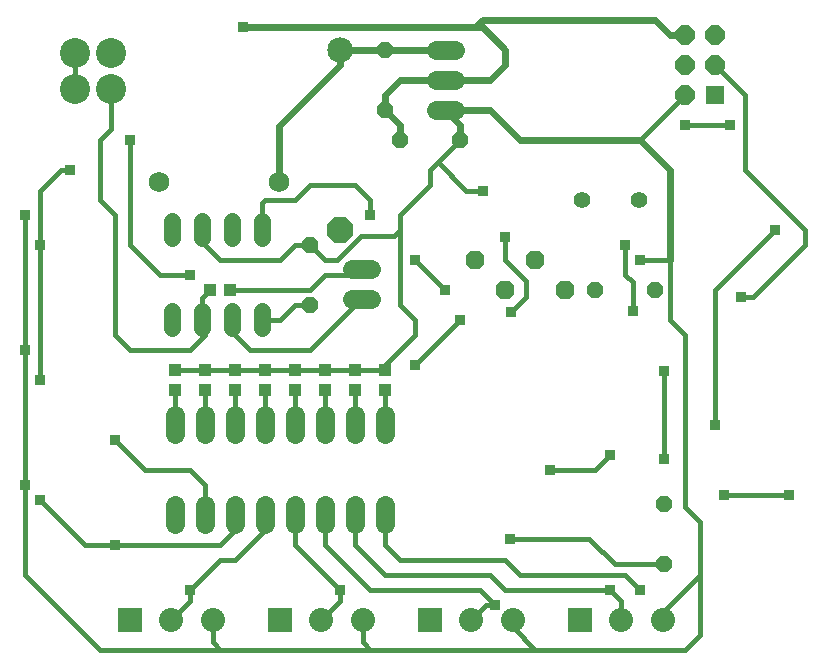
<source format=gbl>
G75*
G70*
%OFA0B0*%
%FSLAX24Y24*%
%IPPOS*%
%LPD*%
%AMOC8*
5,1,8,0,0,1.08239X$1,22.5*
%
%ADD10C,0.0560*%
%ADD11OC8,0.0630*%
%ADD12C,0.0680*%
%ADD13C,0.0560*%
%ADD14C,0.1000*%
%ADD15C,0.0640*%
%ADD16R,0.0640X0.0640*%
%ADD17OC8,0.0640*%
%ADD18C,0.0850*%
%ADD19OC8,0.0850*%
%ADD20OC8,0.0560*%
%ADD21R,0.0800X0.0800*%
%ADD22C,0.0800*%
%ADD23R,0.0433X0.0394*%
%ADD24C,0.0622*%
%ADD25R,0.0394X0.0433*%
%ADD26C,0.0160*%
%ADD27C,0.0240*%
%ADD28R,0.0360X0.0360*%
D10*
X019651Y016843D03*
X021551Y016843D03*
D11*
X019101Y013843D03*
X018101Y014843D03*
X017101Y013843D03*
X016101Y014843D03*
D12*
X009551Y017443D03*
X005551Y017443D03*
D13*
X006001Y016123D02*
X006001Y015563D01*
X007001Y015563D02*
X007001Y016123D01*
X008001Y016123D02*
X008001Y015563D01*
X009001Y015563D02*
X009001Y016123D01*
X009001Y013123D02*
X009001Y012563D01*
X008001Y012563D02*
X008001Y013123D01*
X007001Y013123D02*
X007001Y012563D01*
X006001Y012563D02*
X006001Y013123D01*
D14*
X003951Y020549D03*
X002770Y020549D03*
X002770Y021730D03*
X003951Y021730D03*
D15*
X011981Y014543D02*
X012621Y014543D01*
X012621Y013543D02*
X011981Y013543D01*
X014781Y019843D02*
X015421Y019843D01*
X015421Y020843D02*
X014781Y020843D01*
X014781Y021843D02*
X015421Y021843D01*
D16*
X024101Y020343D03*
D17*
X023101Y020343D03*
X023101Y021343D03*
X024101Y021343D03*
X024101Y022343D03*
X023101Y022343D03*
D18*
X011601Y021843D03*
D19*
X011601Y015843D03*
D20*
X010601Y015343D03*
X010601Y013343D03*
X013601Y018843D03*
X013101Y019843D03*
X013101Y021843D03*
X015601Y018843D03*
X020101Y013843D03*
X022101Y013843D03*
X022401Y006693D03*
X022401Y004693D03*
D21*
X019601Y002843D03*
X014601Y002843D03*
X009601Y002843D03*
X004601Y002843D03*
D22*
X005979Y002843D03*
X007357Y002843D03*
X010979Y002843D03*
X012357Y002843D03*
X015979Y002843D03*
X017357Y002843D03*
X020979Y002843D03*
X022357Y002843D03*
D23*
X013101Y010508D03*
X013101Y011177D03*
X012101Y011177D03*
X012101Y010508D03*
X011101Y010508D03*
X011101Y011177D03*
X010101Y011177D03*
X010101Y010508D03*
X009101Y010508D03*
X009101Y011177D03*
X008101Y011177D03*
X008101Y010508D03*
X007101Y010508D03*
X007101Y011177D03*
X006101Y011177D03*
X006101Y010508D03*
D24*
X006101Y009654D02*
X006101Y009032D01*
X007101Y009032D02*
X007101Y009654D01*
X008101Y009654D02*
X008101Y009032D01*
X009101Y009032D02*
X009101Y009654D01*
X010101Y009654D02*
X010101Y009032D01*
X011101Y009032D02*
X011101Y009654D01*
X012101Y009654D02*
X012101Y009032D01*
X013101Y009032D02*
X013101Y009654D01*
X013101Y006654D02*
X013101Y006032D01*
X012101Y006032D02*
X012101Y006654D01*
X011101Y006654D02*
X011101Y006032D01*
X010101Y006032D02*
X010101Y006654D01*
X009101Y006654D02*
X009101Y006032D01*
X008101Y006032D02*
X008101Y006654D01*
X007101Y006654D02*
X007101Y006032D01*
X006101Y006032D02*
X006101Y006654D01*
D25*
X007266Y013843D03*
X007935Y013843D03*
D26*
X001101Y004343D02*
X003601Y001843D01*
X007601Y001843D01*
X012601Y001843D01*
X018101Y001843D01*
X023101Y001843D01*
X023601Y002343D01*
X023601Y004343D01*
X023601Y006093D01*
X023101Y006593D01*
X023101Y012343D01*
X022601Y012843D01*
X022601Y014843D01*
X021601Y014843D01*
X021101Y014343D02*
X021101Y015343D01*
X021101Y014343D02*
X021351Y014093D01*
X021351Y013143D01*
X022401Y011143D02*
X022401Y008193D01*
X020601Y008343D02*
X020101Y007843D01*
X018601Y007843D01*
X019901Y005543D02*
X017251Y005543D01*
X017101Y004843D02*
X017601Y004343D01*
X021101Y004343D01*
X021601Y003843D01*
X020979Y003465D02*
X020601Y003843D01*
X017101Y003843D01*
X016601Y004343D01*
X013101Y004343D01*
X012101Y005343D01*
X012101Y006343D01*
X011101Y006343D02*
X011101Y005343D01*
X012601Y003843D01*
X016251Y003843D01*
X016751Y003343D01*
X016479Y003343D01*
X015979Y002843D01*
X017357Y002843D02*
X017357Y002587D01*
X018101Y001843D01*
X020979Y002843D02*
X020979Y003465D01*
X020751Y004693D02*
X019901Y005543D01*
X020751Y004693D02*
X022401Y004693D01*
X023601Y004343D02*
X022357Y003099D01*
X022357Y002843D01*
X024401Y006993D02*
X026551Y006993D01*
X024101Y009343D02*
X024101Y013843D01*
X026101Y015843D01*
X027101Y015843D02*
X027101Y015343D01*
X025351Y013593D01*
X024951Y013593D01*
X027101Y015843D02*
X025101Y017843D01*
X025101Y020343D01*
X024101Y021343D01*
X023101Y020343D02*
X021601Y018843D01*
X023101Y019343D02*
X024601Y019343D01*
X017801Y014143D02*
X017801Y013593D01*
X017301Y013093D01*
X017801Y014143D02*
X017101Y014843D01*
X017101Y015593D01*
X016351Y017143D02*
X015801Y017143D01*
X014851Y018093D01*
X015601Y018843D01*
X014851Y018093D02*
X014601Y017843D01*
X014601Y017343D01*
X013601Y016343D01*
X013601Y015843D01*
X013401Y015643D01*
X012301Y015643D01*
X011501Y014843D01*
X011101Y014843D01*
X010601Y015343D01*
X010101Y015343D01*
X009601Y014843D01*
X007601Y014843D01*
X007101Y015343D01*
X007101Y015743D01*
X007001Y015843D01*
X006601Y014343D02*
X005601Y014343D01*
X004601Y015343D01*
X004601Y018843D01*
X003951Y019193D02*
X003601Y018843D01*
X003601Y016843D01*
X004101Y016343D01*
X004101Y012343D01*
X004601Y011843D01*
X006601Y011843D01*
X007101Y012343D01*
X007101Y012743D01*
X007001Y012843D01*
X007001Y013577D01*
X007266Y013843D01*
X007935Y013843D02*
X010601Y013843D01*
X011101Y014343D01*
X012101Y014343D01*
X012301Y014543D01*
X012301Y013543D02*
X010601Y011843D01*
X008601Y011843D01*
X008001Y012443D01*
X008001Y012843D01*
X009001Y012843D02*
X009601Y012843D01*
X010101Y013343D01*
X010601Y013343D01*
X010101Y011177D02*
X011101Y011177D01*
X012101Y011177D01*
X013101Y011177D01*
X012935Y011177D02*
X014101Y012343D01*
X014101Y012843D01*
X013601Y013343D01*
X013601Y015843D01*
X012601Y016343D02*
X012601Y016843D01*
X012101Y017343D01*
X010601Y017343D01*
X010101Y016843D01*
X009101Y016843D01*
X009001Y016743D01*
X009001Y015843D01*
X014101Y014843D02*
X015101Y013843D01*
X015601Y012843D02*
X014101Y011343D01*
X012935Y011177D02*
X006101Y011177D01*
X007101Y011177D01*
X008101Y011177D01*
X009101Y011177D01*
X010101Y011177D01*
X010101Y010508D02*
X010101Y009343D01*
X011101Y009343D02*
X011101Y010508D01*
X012101Y010508D02*
X012101Y009343D01*
X013101Y009343D02*
X013101Y010508D01*
X009101Y010508D02*
X009101Y009343D01*
X008101Y009343D02*
X008101Y010508D01*
X007101Y010508D02*
X007101Y009343D01*
X006101Y009343D02*
X006101Y010508D01*
X004101Y008843D02*
X005101Y007843D01*
X006601Y007843D01*
X007101Y007343D01*
X007101Y006343D01*
X008101Y006343D02*
X008101Y005843D01*
X007601Y005343D01*
X004101Y005343D01*
X003101Y005343D01*
X001601Y006843D01*
X001101Y007343D02*
X001101Y011843D01*
X001101Y016343D01*
X001601Y017136D02*
X001601Y015343D01*
X001601Y010843D01*
X001101Y007343D02*
X001101Y004343D01*
X005979Y002843D02*
X006601Y003465D01*
X006601Y003843D01*
X007601Y004843D01*
X008101Y004843D01*
X009101Y005843D01*
X009101Y006343D01*
X010101Y006343D02*
X010101Y005343D01*
X011601Y003843D01*
X011601Y003465D01*
X010979Y002843D01*
X012357Y002843D02*
X012357Y002087D01*
X012601Y001843D01*
X013601Y004843D02*
X017101Y004843D01*
X013601Y004843D02*
X013101Y005343D01*
X013101Y006343D01*
X007601Y001843D02*
X007357Y002087D01*
X007357Y002843D01*
X001601Y017136D02*
X002308Y017843D01*
X002601Y017843D01*
X003951Y019193D02*
X003951Y020549D01*
X002770Y020549D02*
X002770Y021730D01*
D27*
X008351Y022593D02*
X016101Y022593D01*
X016351Y022843D01*
X022101Y022843D01*
X022601Y022343D01*
X023101Y022343D01*
X021601Y018843D02*
X022601Y017843D01*
X022601Y014843D01*
X021601Y018843D02*
X017601Y018843D01*
X016601Y019843D01*
X015101Y019843D01*
X015601Y019343D01*
X015601Y018843D01*
X013601Y018843D02*
X013601Y019343D01*
X013101Y019843D01*
X013101Y020343D01*
X013601Y020843D01*
X015101Y020843D01*
X016601Y020843D01*
X017101Y021343D01*
X017101Y021843D01*
X016351Y022593D01*
X016101Y022593D01*
X015101Y021843D02*
X013101Y021843D01*
X011601Y021843D01*
X011601Y021343D01*
X009551Y019293D01*
X009551Y017443D01*
D28*
X012601Y016343D03*
X014101Y014843D03*
X015101Y013843D03*
X015601Y012843D03*
X017301Y013093D03*
X017101Y015593D03*
X016351Y017143D03*
X021101Y015343D03*
X021601Y014843D03*
X021351Y013143D03*
X022401Y011143D03*
X024101Y009343D03*
X022401Y008193D03*
X020601Y008343D03*
X018601Y007843D03*
X017251Y005543D03*
X016751Y003343D03*
X020601Y003843D03*
X021601Y003843D03*
X024401Y006993D03*
X026551Y006993D03*
X024951Y013593D03*
X026101Y015843D03*
X024601Y019343D03*
X023101Y019343D03*
X014101Y011343D03*
X006601Y014343D03*
X002601Y017843D03*
X001101Y016343D03*
X001601Y015343D03*
X001101Y011843D03*
X001601Y010843D03*
X004101Y008843D03*
X001601Y006843D03*
X001101Y007343D03*
X004101Y005343D03*
X006601Y003843D03*
X011601Y003843D03*
X004601Y018843D03*
X008351Y022593D03*
M02*

</source>
